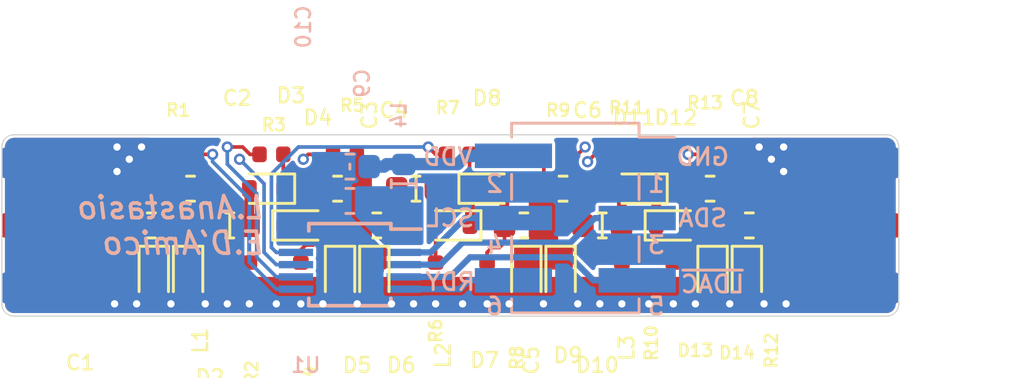
<source format=kicad_pcb>
(kicad_pcb (version 20171130) (host pcbnew 5.1.5)
  (title_block (title "Tunable Filter") (company "Luca Anastasio and Emanuele D'Amico"))
  (layers (0 F.Cu signal hide) (1 In1.Cu power hide) (2 In2.Cu power hide) (31 B.Cu signal) (34 B.Paste user hide) (35 F.Paste user hide) (36 B.SilkS user) (37 F.SilkS user) (38 B.Mask user) (39 F.Mask user) (44 Edge.Cuts user))
  (net 0 "")
  (net 1 GND)
  (net 2 VDDA)
  (net 3 VDD)
  (net 4 /RF/inv0/Vd)
  (net 5 /RF/RFin)
  (net 6 /RF/res0/In)
  (net 7 /RF/inv1/Vd)
  (net 8 /RF/inv1/In)
  (net 9 /RF/res1/In)
  (net 10 /RF/inv2/Vd)
  (net 11 /RF/inv2/In)
  (net 12 /RF/res2/In)
  (net 13 /RF/inv3/In)
  (net 14 /RF/inv3/Vd)
  (net 15 /RF/RFout)
  (net 16 /RF/V0)
  (net 17 /RF/V1)
  (net 18 /RF/V2)
  (net 19 /RF/V3)
  (net 20 /RF/res0/Vd+)
  (net 21 /RF/res1/Vd+)
  (net 22 /RF/res2/Vd+)
  (net 23 /DAC/RDY)
  (net 24 /DAC/~LDAC)
  (net 25 /DAC/SCL)
  (net 26 /DAC/SDA)
  (net 27 /RF/res0/Vd-L)
  (net 28 /RF/res1/Vd-L)
  (net 29 /RF/res2/Vd-L)
  (module "" (layer F.Cu) (at 174.2 98.5)
    (fp_text reference "" (at 157.9 103.3) (layer F.SilkS) (effects (font (size 1.27 1.27))))
    (fp_text value "" (at 157.9 103.3) (layer F.SilkS) (effects (font (size 1.27 1.27))))
    (fp_text user D13 (at 157.9 103.3 90) (layer F.SilkS) (effects (font (size 0.5 0.5) (thickness 0.1))))
  )
  (module Resistor_SMD:R_0402_1005Metric (layer F.Cu) (at 157.9 103.3 270)
    (fp_text reference R4 (at 4.2 -0.3 270) (layer F.SilkS) (effects (font (size 0.5 0.5) (thickness 0.1))))
    (fp_text value 100k)
    (pad 2 smd roundrect (at 0.485 0 270) (size 0.59 0.64) (layers F.Cu F.Paste F.Mask) (net 1 GND))
    (pad 1 smd roundrect (at -0.485 0 270) (size 0.59 0.64) (layers F.Cu F.Paste F.Mask) (net 8 /RF/inv1/In))
  )
  (module Resistor_SMD:R_0402_1005Metric (layer F.Cu) (at 174.9 98.4)
    (fp_text reference R13 (at -0.5 -2.1) (layer F.SilkS) (effects (font (size 0.5 0.5) (thickness 0.1))))
    (fp_text value 100k)
    (pad 1 smd roundrect (at -0.485 0) (size 0.59 0.64) (layers F.Cu F.Paste F.Mask) (net 16 /RF/V0))
    (pad 2 smd roundrect (at 0.485 0) (size 0.59 0.64) (layers F.Cu F.Paste F.Mask) (net 14 /RF/inv3/Vd))
  )
  (module Resistor_SMD:R_0402_1005Metric (layer F.Cu) (at 173.1 103.3 270)
    (fp_text reference R12 (at 3.1 -4 90) (layer F.SilkS) (effects (font (size 0.5 0.5) (thickness 0.1))))
    (fp_text value 100k)
    (pad 2 smd roundrect (at 0.485 0 270) (size 0.59 0.64) (layers F.Cu F.Paste F.Mask) (net 1 GND))
    (pad 1 smd roundrect (at -0.485 0 270) (size 0.59 0.64) (layers F.Cu F.Paste F.Mask) (net 13 /RF/inv3/In))
  )
  (module Resistor_SMD:R_0402_1005Metric (layer F.Cu) (at 171.9 98.4)
    (fp_text reference R11 (at -0.7 -1.9) (layer F.SilkS) (effects (font (size 0.5 0.5) (thickness 0.1))))
    (fp_text value 100k)
    (pad 2 smd roundrect (at 0.485 0) (size 0.59 0.64) (layers F.Cu F.Paste F.Mask) (net 22 /RF/res2/Vd+))
    (pad 1 smd roundrect (at -0.485 0) (size 0.59 0.64) (layers F.Cu F.Paste F.Mask) (net 17 /RF/V1))
  )
  (module Resistor_SMD:R_0402_1005Metric (layer F.Cu) (at 168.3 98.4 180)
    (fp_text reference R9 (at -0.1 1.8) (layer F.SilkS) (effects (font (size 0.5 0.5) (thickness 0.1))))
    (fp_text value 100k)
    (pad 2 smd roundrect (at 0.485 0 180) (size 0.59 0.64) (layers F.Cu F.Paste F.Mask) (net 10 /RF/inv2/Vd))
    (pad 1 smd roundrect (at -0.485 0 180) (size 0.59 0.64) (layers F.Cu F.Paste F.Mask) (net 18 /RF/V2))
  )
  (module Resistor_SMD:R_0402_1005Metric (layer F.Cu) (at 165.5 103.3 270)
    (fp_text reference R8 (at 3.4 -1.2 90) (layer F.SilkS) (effects (font (size 0.5 0.5) (thickness 0.1))))
    (fp_text value 100k)
    (pad 2 smd roundrect (at 0.485 0 270) (size 0.59 0.64) (layers F.Cu F.Paste F.Mask) (net 1 GND))
    (pad 1 smd roundrect (at -0.485 0 270) (size 0.59 0.64) (layers F.Cu F.Paste F.Mask) (net 11 /RF/inv2/In))
  )
  (module Resistor_SMD:R_0402_1005Metric (layer F.Cu) (at 164.3 98.4)
    (fp_text reference R7 (at -0.4 -1.9) (layer F.SilkS) (effects (font (size 0.5 0.5) (thickness 0.1))))
    (fp_text value 100k)
    (pad 2 smd roundrect (at 0.485 0) (size 0.59 0.64) (layers F.Cu F.Paste F.Mask) (net 21 /RF/res1/Vd+))
    (pad 1 smd roundrect (at -0.485 0) (size 0.59 0.64) (layers F.Cu F.Paste F.Mask) (net 19 /RF/V3))
  )
  (module Resistor_SMD:R_0402_1005Metric (layer F.Cu) (at 159.7 98.4)
    (fp_text reference R5 (at 0.3 -2) (layer F.SilkS) (effects (font (size 0.5 0.5) (thickness 0.1))))
    (fp_text value 100k)
    (pad 2 smd roundrect (at 0.485 0) (size 0.59 0.64) (layers F.Cu F.Paste F.Mask) (net 7 /RF/inv1/Vd))
    (pad 1 smd roundrect (at -0.485 0) (size 0.59 0.64) (layers F.Cu F.Paste F.Mask) (net 18 /RF/V2))
  )
  (module Resistor_SMD:R_0402_1005Metric (layer F.Cu) (at 156.7 98.4)
    (fp_text reference R3 (at 0.1 -1.2) (layer F.SilkS) (effects (font (size 0.5 0.5) (thickness 0.1))))
    (fp_text value 100k)
    (pad 2 smd roundrect (at 0.485 0) (size 0.59 0.64) (layers F.Cu F.Paste F.Mask) (net 20 /RF/res0/Vd+))
    (pad 1 smd roundrect (at -0.485 0) (size 0.59 0.64) (layers F.Cu F.Paste F.Mask) (net 17 /RF/V1))
  )
  (module Resistor_SMD:R_0402_1005Metric (layer F.Cu) (at 153.1 98.4 180)
    (fp_text reference R1 (at 0.2 1.8) (layer F.SilkS) (effects (font (size 0.5 0.5) (thickness 0.1))))
    (fp_text value 100k)
    (pad 2 smd roundrect (at 0.485 0 180) (size 0.59 0.64) (layers F.Cu F.Paste F.Mask) (net 4 /RF/inv0/Vd))
    (pad 1 smd roundrect (at -0.485 0 180) (size 0.59 0.64) (layers F.Cu F.Paste F.Mask) (net 16 /RF/V0))
  )
  (module Resistor_SMD:R_0402_1005Metric (layer F.Cu) (at 171 103.3 270)
    (fp_text reference R10 (at 2.8 -1.2 90) (layer F.SilkS) (effects (font (size 0.5 0.5) (thickness 0.1))))
    (fp_text value 100k)
    (pad 2 smd roundrect (at 0.485 0 270) (size 0.59 0.64) (layers F.Cu F.Paste F.Mask) (net 1 GND))
    (pad 1 smd roundrect (at -0.485 0 270) (size 0.59 0.64) (layers F.Cu F.Paste F.Mask) (net 29 /RF/res2/Vd-L))
  )
  (module Resistor_SMD:R_0402_1005Metric (layer F.Cu) (at 163.4 103.3 270)
    (fp_text reference R6 (at 2.3 0 90) (layer F.SilkS) (effects (font (size 0.5 0.5) (thickness 0.1))))
    (fp_text value 100k)
    (pad 2 smd roundrect (at 0.485 0 270) (size 0.59 0.64) (layers F.Cu F.Paste F.Mask) (net 1 GND))
    (pad 1 smd roundrect (at -0.485 0 270) (size 0.59 0.64) (layers F.Cu F.Paste F.Mask) (net 28 /RF/res1/Vd-L))
  )
  (module Resistor_SMD:R_0402_1005Metric (layer F.Cu) (at 155.8 103.3 270)
    (fp_text reference R2 (at 4 -0.1 90) (layer F.SilkS) (effects (font (size 0.5 0.5) (thickness 0.1))))
    (fp_text value 100k)
    (pad 2 smd roundrect (at 0.485 0 270) (size 0.59 0.64) (layers F.Cu F.Paste F.Mask) (net 1 GND))
    (pad 1 smd roundrect (at -0.485 0 270) (size 0.59 0.64) (layers F.Cu F.Paste F.Mask) (net 27 /RF/res0/Vd-L))
  )
  (module libs:Coilcraft_0603CS (layer F.Cu) (at 162.6 99.8)
    (fp_text reference L2 (at 1.1 6.8 270) (layer F.SilkS) (effects (font (size 0.6 0.6) (thickness 0.1))))
    (fp_text value L0)
    (fp_line (start -0.162779 0.51) (end 0.162779 0.51) (layer F.SilkS) (width 0.12))
    (fp_line (start -0.162779 -0.51) (end 0.162779 -0.51) (layer F.SilkS) (width 0.12))
    (pad 2 smd roundrect (at 0.7875 0) (size 0.875 0.95) (layers F.Cu F.Paste F.Mask) (net 28 /RF/res1/Vd-L))
    (pad 1 smd roundrect (at -0.7875 0) (size 0.875 0.95) (layers F.Cu F.Paste F.Mask) (net 9 /RF/res1/In))
  )
  (module libs:D_SOD-523 (layer F.Cu) (at 171.7 99.8 180)
    (fp_text reference D11 (at 0.2 2.9) (layer F.SilkS) (effects (font (size 0.6 0.6) (thickness 0.1))))
    (fp_text value BB202)
    (fp_line (start 0.7 0.6) (end -1.15 0.6) (layer F.SilkS) (width 0.12))
    (fp_line (start 0.7 -0.6) (end -1.15 -0.6) (layer F.SilkS) (width 0.12))
    (fp_line (start -1.15 -0.6) (end -1.15 0.6) (layer F.SilkS) (width 0.12))
    (pad 1 smd roundrect (at -0.7 0) (size 0.6 0.7) (layers F.Cu F.Paste F.Mask) (net 22 /RF/res2/Vd+))
    (pad 2 smd roundrect (at 0.7 0) (size 0.6 0.7) (layers F.Cu F.Paste F.Mask) (net 29 /RF/res2/Vd-L))
  )
  (module libs:D_SOD-523 (layer F.Cu) (at 164.1 101.3 180)
    (fp_text reference D7 (at -1.3 -5.5) (layer F.SilkS) (effects (font (size 0.6 0.6) (thickness 0.1))))
    (fp_text value BB202)
    (fp_line (start 0.7 0.6) (end -1.15 0.6) (layer F.SilkS) (width 0.12))
    (fp_line (start 0.7 -0.6) (end -1.15 -0.6) (layer F.SilkS) (width 0.12))
    (fp_line (start -1.15 -0.6) (end -1.15 0.6) (layer F.SilkS) (width 0.12))
    (pad 1 smd roundrect (at -0.7 0) (size 0.6 0.7) (layers F.Cu F.Paste F.Mask) (net 21 /RF/res1/Vd+))
    (pad 2 smd roundrect (at 0.7 0) (size 0.6 0.7) (layers F.Cu F.Paste F.Mask) (net 28 /RF/res1/Vd-L))
  )
  (module libs:D_SOD-523 (layer F.Cu) (at 156.5 99.8 180)
    (fp_text reference D3 (at -1 3.8) (layer F.SilkS) (effects (font (size 0.6 0.6) (thickness 0.1))))
    (fp_text value BB202)
    (fp_line (start 0.7 0.6) (end -1.15 0.6) (layer F.SilkS) (width 0.12))
    (fp_line (start 0.7 -0.6) (end -1.15 -0.6) (layer F.SilkS) (width 0.12))
    (fp_line (start -1.15 -0.6) (end -1.15 0.6) (layer F.SilkS) (width 0.12))
    (pad 1 smd roundrect (at -0.7 0) (size 0.6 0.7) (layers F.Cu F.Paste F.Mask) (net 20 /RF/res0/Vd+))
    (pad 2 smd roundrect (at 0.7 0) (size 0.6 0.7) (layers F.Cu F.Paste F.Mask) (net 27 /RF/res0/Vd-L))
  )
  (module libs:D_SOD-523 (layer F.Cu) (at 174.7 103.3 270)
    (fp_text reference D13 (at 3.1 0.7) (layer F.SilkS) (effects (font (size 0.5 0.5) (thickness 0.1))))
    (fp_text value BB202)
    (fp_line (start -1.15 -0.6) (end -1.15 0.6) (layer F.SilkS) (width 0.12))
    (fp_line (start 0.7 -0.6) (end -1.15 -0.6) (layer F.SilkS) (width 0.12))
    (fp_line (start 0.7 0.6) (end -1.15 0.6) (layer F.SilkS) (width 0.12))
    (pad 2 smd roundrect (at 0.7 0 90) (size 0.6 0.7) (layers F.Cu F.Paste F.Mask) (net 1 GND))
    (pad 1 smd roundrect (at -0.7 0 90) (size 0.6 0.7) (layers F.Cu F.Paste F.Mask) (net 14 /RF/inv3/Vd))
  )
  (module libs:D_SOD-523 (layer F.Cu) (at 167.1 103.3 270)
    (fp_text reference D9 (at 3.3 -1.7 180) (layer F.SilkS) (effects (font (size 0.6 0.6) (thickness 0.1))))
    (fp_text value BB202)
    (fp_line (start -1.15 -0.6) (end -1.15 0.6) (layer F.SilkS) (width 0.12))
    (fp_line (start 0.7 -0.6) (end -1.15 -0.6) (layer F.SilkS) (width 0.12))
    (fp_line (start 0.7 0.6) (end -1.15 0.6) (layer F.SilkS) (width 0.12))
    (pad 2 smd roundrect (at 0.7 0 90) (size 0.6 0.7) (layers F.Cu F.Paste F.Mask) (net 1 GND))
    (pad 1 smd roundrect (at -0.7 0 90) (size 0.6 0.7) (layers F.Cu F.Paste F.Mask) (net 10 /RF/inv2/Vd))
  )
  (module libs:D_SOD-523 (layer F.Cu) (at 159.5 103.3 270)
    (fp_text reference D5 (at 3.7 -0.7 180) (layer F.SilkS) (effects (font (size 0.6 0.6) (thickness 0.1))))
    (fp_text value BB202)
    (fp_line (start -1.15 -0.6) (end -1.15 0.6) (layer F.SilkS) (width 0.12))
    (fp_line (start 0.7 -0.6) (end -1.15 -0.6) (layer F.SilkS) (width 0.12))
    (fp_line (start 0.7 0.6) (end -1.15 0.6) (layer F.SilkS) (width 0.12))
    (pad 2 smd roundrect (at 0.7 0 90) (size 0.6 0.7) (layers F.Cu F.Paste F.Mask) (net 1 GND))
    (pad 1 smd roundrect (at -0.7 0 90) (size 0.6 0.7) (layers F.Cu F.Paste F.Mask) (net 7 /RF/inv1/Vd))
  )
  (module libs:D_SOD-523 (layer F.Cu) (at 151.9 103.3 270)
    (fp_text reference D1 (at 5.2 0.6 180) (layer F.SilkS) (effects (font (size 0.6 0.6) (thickness 0.1))))
    (fp_text value BB202)
    (fp_line (start -1.15 -0.6) (end -1.15 0.6) (layer F.SilkS) (width 0.12))
    (fp_line (start 0.7 -0.6) (end -1.15 -0.6) (layer F.SilkS) (width 0.12))
    (fp_line (start 0.7 0.6) (end -1.15 0.6) (layer F.SilkS) (width 0.12))
    (pad 2 smd roundrect (at 0.7 0 90) (size 0.6 0.7) (layers F.Cu F.Paste F.Mask) (net 1 GND))
    (pad 1 smd roundrect (at -0.7 0 90) (size 0.6 0.7) (layers F.Cu F.Paste F.Mask) (net 4 /RF/inv0/Vd))
  )
  (module Connector_PinHeader_2.54mm:PinHeader_2x03_P2.54mm_Vertical_SMD (layer B.Cu) (at 169.1 101 180)
    (fp_text reference J3 hide)
    (fp_text value Conn_01x06_Male)
    (fp_line (start 2.6 -0.76) (end 2.6 -1.78) (layer B.SilkS) (width 0.12))
    (fp_line (start -2.6 -0.76) (end -2.6 -1.78) (layer B.SilkS) (width 0.12))
    (fp_line (start 2.6 1.78) (end 2.6 0.76) (layer B.SilkS) (width 0.12))
    (fp_line (start -2.6 1.78) (end -2.6 0.76) (layer B.SilkS) (width 0.12))
    (fp_line (start 2.6 -3.3) (end 2.6 -3.87) (layer B.SilkS) (width 0.12))
    (fp_line (start -2.6 -3.3) (end -2.6 -3.87) (layer B.SilkS) (width 0.12))
    (fp_line (start 2.6 3.87) (end 2.6 3.3) (layer B.SilkS) (width 0.12))
    (fp_line (start -2.6 3.87) (end -2.6 3.3) (layer B.SilkS) (width 0.12))
    (fp_line (start -4.04 3.3) (end -2.6 3.3) (layer B.SilkS) (width 0.12))
    (fp_line (start -2.6 -3.87) (end 2.6 -3.87) (layer B.SilkS) (width 0.12))
    (fp_line (start -2.6 3.87) (end 2.6 3.87) (layer B.SilkS) (width 0.12))
    (pad 6 smd rect (at 2.525 -2.54 180) (size 3.15 1) (layers B.Cu B.Paste B.Mask) (net 23 /DAC/RDY))
    (pad 5 smd rect (at -2.525 -2.54 180) (size 3.15 1) (layers B.Cu B.Paste B.Mask) (net 24 /DAC/~LDAC))
    (pad 4 smd rect (at 2.525 0 180) (size 3.15 1) (layers B.Cu B.Paste B.Mask) (net 25 /DAC/SCL))
    (pad 3 smd rect (at -2.525 0 180) (size 3.15 1) (layers B.Cu B.Paste B.Mask) (net 26 /DAC/SDA))
    (pad 2 smd rect (at 2.525 2.54 180) (size 3.15 1) (layers B.Cu B.Paste B.Mask) (net 3 VDD))
    (pad 1 smd rect (at -2.525 2.54 180) (size 3.15 1) (layers B.Cu B.Paste B.Mask) (net 1 GND))
  )
  (module Capacitor_SMD:C_0603_1608Metric (layer B.Cu) (at 159.9 98.9 180)
    (fp_text reference C9 (at -0.5 3.4 90) (layer B.SilkS) (effects (font (size 0.6 0.6) (thickness 0.1)) (justify mirror)))
    (fp_text value 4.7u)
    (fp_line (start -0.162779 0.51) (end 0.162779 0.51) (layer B.SilkS) (width 0.12))
    (fp_line (start -0.162779 -0.51) (end 0.162779 -0.51) (layer B.SilkS) (width 0.12))
    (pad 1 smd roundrect (at -0.7875 0 180) (size 0.875 0.95) (layers B.Cu B.Paste B.Mask) (net 3 VDD))
    (pad 2 smd roundrect (at 0.7875 0 180) (size 0.875 0.95) (layers B.Cu B.Paste B.Mask) (net 1 GND))
  )
  (module Inductor_SMD:L_0603_1608Metric (layer B.Cu) (at 162.1 99.6 90)
    (fp_text reference L4 (at 2.8 -0.2 90) (layer B.SilkS) (effects (font (size 0.6 0.6) (thickness 0.1)) (justify mirror)))
    (fp_text value 180R)
    (fp_line (start -0.162779 0.51) (end 0.162779 0.51) (layer B.SilkS) (width 0.12))
    (fp_line (start -0.162779 -0.51) (end 0.162779 -0.51) (layer B.SilkS) (width 0.12))
    (pad 1 smd roundrect (at -0.7875 0 90) (size 0.875 0.95) (layers B.Cu B.Paste B.Mask) (net 2 VDDA))
    (pad 2 smd roundrect (at 0.7875 0 90) (size 0.875 0.95) (layers B.Cu B.Paste B.Mask) (net 3 VDD))
  )
  (module libs:SMA_generic_EdgeMount (layer F.Cu) (at 145.7 101.3)
    (fp_text reference J1 hide)
    (fp_text value Conn_Coaxial)
    (pad 2 smd roundrect (at 2.125 2.55) (size 4.25 1.25) (layers B.Cu B.Paste B.Mask) (roundrect_rratio 0.1) (net 1 GND))
    (pad 2 smd roundrect (at 2.125 -2.55) (size 4.25 1.25) (layers F.Cu F.Paste F.Mask) (roundrect_rratio 0.1) (net 1 GND))
    (pad 1 smd roundrect (at 2.125 0) (size 4.25 1) (layers F.Cu F.Paste F.Mask) (roundrect_rratio 0.1) (net 5 /RF/RFin))
    (pad 2 smd roundrect (at 2.125 2.55) (size 4.25 1.25) (layers B.Cu B.Paste B.Mask) (roundrect_rratio 0.1) (net 1 GND))
    (pad 2 smd roundrect (at 2.125 2.55) (size 4.25 1.25) (layers F.Cu F.Paste F.Mask) (roundrect_rratio 0.1) (net 1 GND))
    (pad 2 smd roundrect (at 2.125 -2.55) (size 4.25 1.25) (layers B.Cu B.Paste B.Mask) (roundrect_rratio 0.1) (net 1 GND))
  )
  (module libs:Coilcraft_0603CS (layer F.Cu) (at 170.2 101.3)
    (fp_text reference L3 (at 1 5 90) (layer F.SilkS) (effects (font (size 0.6 0.6) (thickness 0.1))))
    (fp_text value L0)
    (fp_line (start -0.162779 -0.51) (end 0.162779 -0.51) (layer F.SilkS) (width 0.12))
    (fp_line (start -0.162779 0.51) (end 0.162779 0.51) (layer F.SilkS) (width 0.12))
    (pad 1 smd roundrect (at -0.7875 0) (size 0.875 0.95) (layers F.Cu F.Paste F.Mask) (net 12 /RF/res2/In))
    (pad 2 smd roundrect (at 0.7875 0) (size 0.875 0.95) (layers F.Cu F.Paste F.Mask) (net 29 /RF/res2/Vd-L))
  )
  (module libs:Coilcraft_0603CS (layer F.Cu) (at 155 101.3)
    (fp_text reference L1 (at -1.2 4.7 270) (layer F.SilkS) (effects (font (size 0.6 0.6) (thickness 0.1))))
    (fp_text value L0)
    (fp_line (start -0.162779 0.51) (end 0.162779 0.51) (layer F.SilkS) (width 0.12))
    (fp_line (start -0.162779 -0.51) (end 0.162779 -0.51) (layer F.SilkS) (width 0.12))
    (pad 2 smd roundrect (at 0.7875 0) (size 0.875 0.95) (layers F.Cu F.Paste F.Mask) (net 27 /RF/res0/Vd-L))
    (pad 1 smd roundrect (at -0.7875 0) (size 0.875 0.95) (layers F.Cu F.Paste F.Mask) (net 6 /RF/res0/In))
  )
  (module libs:SMA_generic_EdgeMount (layer F.Cu) (at 182.3 101.3 180)
    (fp_text reference J2 hide)
    (fp_text value Conn_Coaxial)
    (pad 2 smd roundrect (at 2.125 -2.55 180) (size 4.25 1.25) (layers B.Cu B.Paste B.Mask) (roundrect_rratio 0.1) (net 1 GND))
    (pad 2 smd roundrect (at 2.125 2.55 180) (size 4.25 1.25) (layers F.Cu F.Paste F.Mask) (roundrect_rratio 0.1) (net 1 GND))
    (pad 2 smd roundrect (at 2.125 2.55 180) (size 4.25 1.25) (layers B.Cu B.Paste B.Mask) (roundrect_rratio 0.1) (net 1 GND))
    (pad 1 smd roundrect (at 2.125 0 180) (size 4.25 1) (layers F.Cu F.Paste F.Mask) (roundrect_rratio 0.1) (net 15 /RF/RFout))
    (pad 2 smd roundrect (at 2.125 -2.55 180) (size 4.25 1.25) (layers F.Cu F.Paste F.Mask) (roundrect_rratio 0.1) (net 1 GND))
    (pad 2 smd roundrect (at 2.125 2.55 180) (size 4.25 1.25) (layers B.Cu B.Paste B.Mask) (roundrect_rratio 0.1) (net 1 GND))
  )
  (module libs:D_SOD-523 (layer F.Cu) (at 176.1 103.3 270)
    (fp_text reference D14 (at 3.2 0.4 180) (layer F.SilkS) (effects (font (size 0.5 0.5) (thickness 0.1))))
    (fp_text value BB202)
    (fp_line (start 0.7 0.6) (end -1.15 0.6) (layer F.SilkS) (width 0.12))
    (fp_line (start 0.7 -0.6) (end -1.15 -0.6) (layer F.SilkS) (width 0.12))
    (fp_line (start -1.15 -0.6) (end -1.15 0.6) (layer F.SilkS) (width 0.12))
    (pad 1 smd roundrect (at -0.7 0 90) (size 0.6 0.7) (layers F.Cu F.Paste F.Mask) (net 14 /RF/inv3/Vd))
    (pad 2 smd roundrect (at 0.7 0 90) (size 0.6 0.7) (layers F.Cu F.Paste F.Mask) (net 1 GND))
  )
  (module libs:D_SOD-523 (layer F.Cu) (at 173.1 101.3)
    (fp_text reference D12 (at 0.1 -4.4) (layer F.SilkS) (effects (font (size 0.6 0.6) (thickness 0.1))))
    (fp_text value BB202)
    (fp_line (start 0.7 0.6) (end -1.15 0.6) (layer F.SilkS) (width 0.12))
    (fp_line (start 0.7 -0.6) (end -1.15 -0.6) (layer F.SilkS) (width 0.12))
    (fp_line (start -1.15 -0.6) (end -1.15 0.6) (layer F.SilkS) (width 0.12))
    (pad 1 smd roundrect (at -0.7 0 180) (size 0.6 0.7) (layers F.Cu F.Paste F.Mask) (net 22 /RF/res2/Vd+))
    (pad 2 smd roundrect (at 0.7 0 180) (size 0.6 0.7) (layers F.Cu F.Paste F.Mask) (net 13 /RF/inv3/In))
  )
  (module libs:D_SOD-523 (layer F.Cu) (at 168.5 103.3 270)
    (fp_text reference D10 (at 3.7 -1.5 180) (layer F.SilkS) (effects (font (size 0.6 0.6) (thickness 0.1))))
    (fp_text value BB202)
    (fp_line (start 0.7 0.6) (end -1.15 0.6) (layer F.SilkS) (width 0.12))
    (fp_line (start 0.7 -0.6) (end -1.15 -0.6) (layer F.SilkS) (width 0.12))
    (fp_line (start -1.15 -0.6) (end -1.15 0.6) (layer F.SilkS) (width 0.12))
    (pad 1 smd roundrect (at -0.7 0 90) (size 0.6 0.7) (layers F.Cu F.Paste F.Mask) (net 10 /RF/inv2/Vd))
    (pad 2 smd roundrect (at 0.7 0 90) (size 0.6 0.7) (layers F.Cu F.Paste F.Mask) (net 1 GND))
  )
  (module libs:D_SOD-523 (layer F.Cu) (at 165.5 99.8)
    (fp_text reference D8 (at 0 -3.7) (layer F.SilkS) (effects (font (size 0.6 0.6) (thickness 0.1))))
    (fp_text value BB202)
    (fp_line (start 0.7 0.6) (end -1.15 0.6) (layer F.SilkS) (width 0.12))
    (fp_line (start 0.7 -0.6) (end -1.15 -0.6) (layer F.SilkS) (width 0.12))
    (fp_line (start -1.15 -0.6) (end -1.15 0.6) (layer F.SilkS) (width 0.12))
    (pad 1 smd roundrect (at -0.7 0 180) (size 0.6 0.7) (layers F.Cu F.Paste F.Mask) (net 21 /RF/res1/Vd+))
    (pad 2 smd roundrect (at 0.7 0 180) (size 0.6 0.7) (layers F.Cu F.Paste F.Mask) (net 11 /RF/inv2/In))
  )
  (module libs:D_SOD-523 (layer F.Cu) (at 160.9 103.3 270)
    (fp_text reference D6 (at 3.7 -1.1 180) (layer F.SilkS) (effects (font (size 0.6 0.6) (thickness 0.1))))
    (fp_text value BB202)
    (fp_line (start -1.15 -0.6) (end -1.15 0.6) (layer F.SilkS) (width 0.12))
    (fp_line (start 0.7 -0.6) (end -1.15 -0.6) (layer F.SilkS) (width 0.12))
    (fp_line (start 0.7 0.6) (end -1.15 0.6) (layer F.SilkS) (width 0.12))
    (pad 2 smd roundrect (at 0.7 0 90) (size 0.6 0.7) (layers F.Cu F.Paste F.Mask) (net 1 GND))
    (pad 1 smd roundrect (at -0.7 0 90) (size 0.6 0.7) (layers F.Cu F.Paste F.Mask) (net 7 /RF/inv1/Vd))
  )
  (module libs:D_SOD-523 (layer F.Cu) (at 157.9 101.3)
    (fp_text reference D4 (at 0.7 -4.4) (layer F.SilkS) (effects (font (size 0.6 0.6) (thickness 0.1))))
    (fp_text value BB202)
    (fp_line (start 0.7 0.6) (end -1.15 0.6) (layer F.SilkS) (width 0.12))
    (fp_line (start 0.7 -0.6) (end -1.15 -0.6) (layer F.SilkS) (width 0.12))
    (fp_line (start -1.15 -0.6) (end -1.15 0.6) (layer F.SilkS) (width 0.12))
    (pad 1 smd roundrect (at -0.7 0 180) (size 0.6 0.7) (layers F.Cu F.Paste F.Mask) (net 20 /RF/res0/Vd+))
    (pad 2 smd roundrect (at 0.7 0 180) (size 0.6 0.7) (layers F.Cu F.Paste F.Mask) (net 8 /RF/inv1/In))
  )
  (module libs:D_SOD-523 (layer F.Cu) (at 153.3 103.3 270)
    (fp_text reference D2 (at 4.2 -0.9 180) (layer F.SilkS) (effects (font (size 0.6 0.6) (thickness 0.1))))
    (fp_text value BB202)
    (fp_line (start -1.15 -0.6) (end -1.15 0.6) (layer F.SilkS) (width 0.12))
    (fp_line (start 0.7 -0.6) (end -1.15 -0.6) (layer F.SilkS) (width 0.12))
    (fp_line (start 0.7 0.6) (end -1.15 0.6) (layer F.SilkS) (width 0.12))
    (pad 2 smd roundrect (at 0.7 0 90) (size 0.6 0.7) (layers F.Cu F.Paste F.Mask) (net 1 GND))
    (pad 1 smd roundrect (at -0.7 0 90) (size 0.6 0.7) (layers F.Cu F.Paste F.Mask) (net 4 /RF/inv0/Vd))
  )
  (module Capacitor_SMD:C_0603_1608Metric (layer B.Cu) (at 159.9 100.3 180)
    (fp_text reference C10 (at 1.9 7.1 90) (layer B.SilkS) (effects (font (size 0.6 0.6) (thickness 0.1)) (justify mirror)))
    (fp_text value 100n)
    (fp_line (start -0.162779 -0.51) (end 0.162779 -0.51) (layer B.SilkS) (width 0.12))
    (fp_line (start -0.162779 0.51) (end 0.162779 0.51) (layer B.SilkS) (width 0.12))
    (pad 2 smd roundrect (at 0.7875 0 180) (size 0.875 0.95) (layers B.Cu B.Paste B.Mask) (net 1 GND))
    (pad 1 smd roundrect (at -0.7875 0 180) (size 0.875 0.95) (layers B.Cu B.Paste B.Mask) (net 2 VDDA))
  )
  (module Capacitor_SMD:C_0603_1608Metric (layer F.Cu) (at 176.2 101.3)
    (fp_text reference C8 (at -0.2 -5.2) (layer F.SilkS) (effects (font (size 0.6 0.6) (thickness 0.1))))
    (fp_text value 100n)
    (fp_line (start -0.162779 0.51) (end 0.162779 0.51) (layer F.SilkS) (width 0.12))
    (fp_line (start -0.162779 -0.51) (end 0.162779 -0.51) (layer F.SilkS) (width 0.12))
    (pad 2 smd roundrect (at 0.7875 0) (size 0.875 0.95) (layers F.Cu F.Paste F.Mask) (net 15 /RF/RFout))
    (pad 1 smd roundrect (at -0.7875 0) (size 0.875 0.95) (layers F.Cu F.Paste F.Mask) (net 14 /RF/inv3/Vd))
  )
  (module Capacitor_SMD:C_0603_1608Metric (layer F.Cu) (at 174.6 99.8)
    (fp_text reference C7 (at 1.7 -3 90) (layer F.SilkS) (effects (font (size 0.6 0.6) (thickness 0.1))))
    (fp_text value 100n)
    (fp_line (start -0.162779 0.51) (end 0.162779 0.51) (layer F.SilkS) (width 0.12))
    (fp_line (start -0.162779 -0.51) (end 0.162779 -0.51) (layer F.SilkS) (width 0.12))
    (pad 2 smd roundrect (at 0.7875 0) (size 0.875 0.95) (layers F.Cu F.Paste F.Mask) (net 14 /RF/inv3/Vd))
    (pad 1 smd roundrect (at -0.7875 0) (size 0.875 0.95) (layers F.Cu F.Paste F.Mask) (net 13 /RF/inv3/In))
  )
  (module Capacitor_SMD:C_0603_1608Metric (layer F.Cu) (at 168.6 99.8)
    (fp_text reference C6 (at 1 -3.2) (layer F.SilkS) (effects (font (size 0.6 0.6) (thickness 0.1))))
    (fp_text value 100n)
    (fp_line (start -0.162779 -0.51) (end 0.162779 -0.51) (layer F.SilkS) (width 0.12))
    (fp_line (start -0.162779 0.51) (end 0.162779 0.51) (layer F.SilkS) (width 0.12))
    (pad 1 smd roundrect (at -0.7875 0) (size 0.875 0.95) (layers F.Cu F.Paste F.Mask) (net 10 /RF/inv2/Vd))
    (pad 2 smd roundrect (at 0.7875 0) (size 0.875 0.95) (layers F.Cu F.Paste F.Mask) (net 12 /RF/res2/In))
  )
  (module Capacitor_SMD:C_0603_1608Metric (layer F.Cu) (at 167 101.3)
    (fp_text reference C5 (at 0.3 5.5 270) (layer F.SilkS) (effects (font (size 0.6 0.6) (thickness 0.1))))
    (fp_text value 100n)
    (fp_line (start -0.162779 -0.51) (end 0.162779 -0.51) (layer F.SilkS) (width 0.12))
    (fp_line (start -0.162779 0.51) (end 0.162779 0.51) (layer F.SilkS) (width 0.12))
    (pad 1 smd roundrect (at -0.7875 0) (size 0.875 0.95) (layers F.Cu F.Paste F.Mask) (net 11 /RF/inv2/In))
    (pad 2 smd roundrect (at 0.7875 0) (size 0.875 0.95) (layers F.Cu F.Paste F.Mask) (net 10 /RF/inv2/Vd))
  )
  (module Capacitor_SMD:C_0603_1608Metric (layer F.Cu) (at 161 101.3)
    (fp_text reference C4 (at 0.7 -4.7) (layer F.SilkS) (effects (font (size 0.6 0.6) (thickness 0.1))))
    (fp_text value 100n)
    (fp_line (start -0.162779 -0.51) (end 0.162779 -0.51) (layer F.SilkS) (width 0.12))
    (fp_line (start -0.162779 0.51) (end 0.162779 0.51) (layer F.SilkS) (width 0.12))
    (pad 1 smd roundrect (at -0.7875 0) (size 0.875 0.95) (layers F.Cu F.Paste F.Mask) (net 7 /RF/inv1/Vd))
    (pad 2 smd roundrect (at 0.7875 0) (size 0.875 0.95) (layers F.Cu F.Paste F.Mask) (net 9 /RF/res1/In))
  )
  (module Capacitor_SMD:C_0603_1608Metric (layer F.Cu) (at 159.4 99.8)
    (fp_text reference C3 (at 1.3 -3 90) (layer F.SilkS) (effects (font (size 0.6 0.6) (thickness 0.1))))
    (fp_text value 100n)
    (fp_line (start -0.162779 -0.51) (end 0.162779 -0.51) (layer F.SilkS) (width 0.12))
    (fp_line (start -0.162779 0.51) (end 0.162779 0.51) (layer F.SilkS) (width 0.12))
    (pad 1 smd roundrect (at -0.7875 0) (size 0.875 0.95) (layers F.Cu F.Paste F.Mask) (net 8 /RF/inv1/In))
    (pad 2 smd roundrect (at 0.7875 0) (size 0.875 0.95) (layers F.Cu F.Paste F.Mask) (net 7 /RF/inv1/Vd))
  )
  (module Package_SO:MSOP-10_3x3mm_P0.5mm (layer B.Cu) (at 159.9 102.9 180)
    (fp_text reference U1 (at 1.8 -4.1) (layer B.SilkS) (effects (font (size 0.6 0.6) (thickness 0.1)) (justify mirror)))
    (fp_text value MCP4728)
    (fp_line (start -1.675 1.675) (end -1.675 1.45) (layer B.SilkS) (width 0.15))
    (fp_line (start 1.675 1.675) (end 1.675 1.375) (layer B.SilkS) (width 0.15))
    (fp_line (start 1.675 -1.675) (end 1.675 -1.375) (layer B.SilkS) (width 0.15))
    (fp_line (start -1.675 -1.675) (end -1.675 -1.375) (layer B.SilkS) (width 0.15))
    (fp_line (start -1.675 1.675) (end 1.675 1.675) (layer B.SilkS) (width 0.15))
    (fp_line (start -1.675 -1.675) (end 1.675 -1.675) (layer B.SilkS) (width 0.15))
    (fp_line (start -1.675 1.45) (end -2.9 1.45) (layer B.SilkS) (width 0.15))
    (pad 1 smd rect (at -2.2 1 180) (size 1.4 0.3) (layers B.Cu B.Paste B.Mask) (net 2 VDDA))
    (pad 2 smd rect (at -2.2 0.5 180) (size 1.4 0.3) (layers B.Cu B.Paste B.Mask) (net 25 /DAC/SCL))
    (pad 3 smd rect (at -2.2 0 180) (size 1.4 0.3) (layers B.Cu B.Paste B.Mask) (net 26 /DAC/SDA))
    (pad 4 smd rect (at -2.2 -0.5 180) (size 1.4 0.3) (layers B.Cu B.Paste B.Mask) (net 24 /DAC/~LDAC))
    (pad 5 smd rect (at -2.2 -1 180) (size 1.4 0.3) (layers B.Cu B.Paste B.Mask) (net 23 /DAC/RDY))
    (pad 6 smd rect (at 2.2 -1 180) (size 1.4 0.3) (layers B.Cu B.Paste B.Mask) (net 16 /RF/V0))
    (pad 7 smd rect (at 2.2 -0.5 180) (size 1.4 0.3) (layers B.Cu B.Paste B.Mask) (net 17 /RF/V1))
    (pad 8 smd rect (at 2.2 0 180) (size 1.4 0.3) (layers B.Cu B.Paste B.Mask) (net 18 /RF/V2))
    (pad 9 smd rect (at 2.2 0.5 180) (size 1.4 0.3) (layers B.Cu B.Paste B.Mask) (net 19 /RF/V3))
    (pad 10 smd rect (at 2.2 1 180) (size 1.4 0.3) (layers B.Cu B.Paste B.Mask) (net 1 GND))
  )
  (module Capacitor_SMD:C_0603_1608Metric (layer F.Cu) (at 151.8 101.3)
    (fp_text reference C1 (at -2.9 5.6 180) (layer F.SilkS) (effects (font (size 0.6 0.6) (thickness 0.1))))
    (fp_text value 100n)
    (fp_line (start -0.162779 -0.51) (end 0.162779 -0.51) (layer F.SilkS) (width 0.12))
    (fp_line (start -0.162779 0.51) (end 0.162779 0.51) (layer F.SilkS) (width 0.12))
    (pad 1 smd roundrect (at -0.7875 0) (size 0.875 0.95) (layers F.Cu F.Paste F.Mask) (net 5 /RF/RFin))
    (pad 2 smd roundrect (at 0.7875 0) (size 0.875 0.95) (layers F.Cu F.Paste F.Mask) (net 4 /RF/inv0/Vd))
  )
  (module Capacitor_SMD:C_0603_1608Metric (layer F.Cu) (at 153.4 99.8)
    (fp_text reference C2 (at 1.9 -3.7) (layer F.SilkS) (effects (font (size 0.6 0.6) (thickness 0.1))))
    (fp_text value 100n)
    (fp_line (start -0.162779 -0.51) (end 0.162779 -0.51) (layer F.SilkS) (width 0.12))
    (fp_line (start -0.162779 0.51) (end 0.162779 0.51) (layer F.SilkS) (width 0.12))
    (pad 1 smd roundrect (at -0.7875 0) (size 0.875 0.95) (layers F.Cu F.Paste F.Mask) (net 4 /RF/inv0/Vd))
    (pad 2 smd roundrect (at 0.7875 0) (size 0.875 0.95) (layers F.Cu F.Paste F.Mask) (net 6 /RF/res0/In))
  )
  (gr_text 2 (at 165.8 99.6) (layer B.SilkS) (effects (font (size 0.7 0.7) (thickness 0.12)) (justify mirror)))
  (gr_text 4 (at 165.8 102.1) (layer B.SilkS) (effects (font (size 0.7 0.7) (thickness 0.12)) (justify mirror)))
  (gr_text 6 (at 165.8 104.6) (layer B.SilkS) (effects (font (size 0.7 0.7) (thickness 0.12)) (justify mirror)))
  (gr_text 5 (at 172.4 104.6) (layer B.SilkS) (effects (font (size 0.7 0.7) (thickness 0.12)) (justify mirror)))
  (gr_text 3 (at 172.4 102.1) (layer B.SilkS) (effects (font (size 0.7 0.7) (thickness 0.12)) (justify mirror)))
  (gr_text 1 (at 172.4 99.6) (layer B.SilkS) (effects (font (size 0.7 0.7) (thickness 0.12)) (justify mirror)))
  (gr_line (start 159.9 99) (end 159.9 98.8) (layer B.SilkS) (width 0.12))
  (gr_line (start 161.6 99.6) (end 162.6 99.6) (layer B.SilkS) (width 0.12))
  (gr_line (start 170.2 101.8) (end 170.2 100.8) (layer F.SilkS) (width 0.12))
  (gr_line (start 162.6 100.3) (end 162.6 99.3) (layer F.SilkS) (width 0.12))
  (gr_line (start 155 100.8) (end 155 101.8) (layer F.SilkS) (width 0.12))
  (gr_text "L.Anastasio\nE.D'Amico" (at 156.5 101.3) (layer B.SilkS) (effects (font (size 0.9 0.9) (thickness 0.15) italic) (justify left mirror)))
  (gr_text RDY (at 164 103.6) (layer B.SilkS) (effects (font (size 0.7 0.7) (thickness 0.12)) (justify mirror)))
  (gr_text SCL (at 164 101) (layer B.SilkS) (effects (font (size 0.7 0.7) (thickness 0.12)) (justify mirror)))
  (gr_text VDD (at 163.9 98.5) (layer B.SilkS) (effects (font (size 0.7 0.7) (thickness 0.12)) (justify mirror)))
  (gr_text ~LDAC (at 174.7 103.7) (layer B.SilkS) (effects (font (size 0.7 0.7) (thickness 0.12)) (justify mirror)))
  (gr_text SDA (at 174.3 101) (layer B.SilkS) (effects (font (size 0.7 0.7) (thickness 0.12)) (justify mirror)))
  (gr_text GND (at 174.3 98.5) (layer B.SilkS) (effects (font (size 0.7 0.7) (thickness 0.12)) (justify mirror)))
  (gr_line (start 146.2 97.6) (end 181.8 97.6) (layer Edge.Cuts) (width 0.05))
  (gr_line (start 181.8 105) (end 146.2 105) (layer Edge.Cuts) (width 0.05))
  (gr_line (start 182.3 104.5) (end 182.3 98.1) (layer Edge.Cuts) (width 0.05))
  (gr_line (start 145.7 104.5) (end 145.7 98.1) (layer Edge.Cuts) (width 0.05))
  (gr_arc (start 181.8 98.1) (end 182.3 98.1) (angle -90) (layer Edge.Cuts) (width 0.05))
  (gr_arc (start 181.8 104.5) (end 181.8 105) (angle -90) (layer Edge.Cuts) (width 0.05))
  (gr_arc (start 146.2 104.5) (end 145.7 104.5) (angle -90) (layer Edge.Cuts) (width 0.05))
  (gr_arc (start 146.2 98.1) (end 146.2 97.6) (angle -90) (layer Edge.Cuts) (width 0.05))
  (via (at 157.9 104.5) (size 0.5) (drill 0.3) (layers F.Cu B.Cu) (net 1))
  (via (at 155.8 104.5) (size 0.5) (drill 0.3) (layers F.Cu B.Cu) (net 1))
  (via (at 154.9 104.5) (size 0.5) (drill 0.3) (layers F.Cu B.Cu) (net 1))
  (via (at 150.3 104.5) (size 0.5) (drill 0.3) (layers F.Cu B.Cu) (net 1))
  (via (at 152.6 104.5) (size 0.5) (drill 0.3) (layers F.Cu B.Cu) (net 1))
  (via (at 154 104.5) (size 0.5) (drill 0.3) (layers F.Cu B.Cu) (net 1))
  (via (at 160.2 104.5) (size 0.5) (drill 0.3) (layers F.Cu B.Cu) (net 1))
  (via (at 156.9 104.5) (size 0.5) (drill 0.3) (layers F.Cu B.Cu) (net 1))
  (via (at 167.8 104.5) (size 0.5) (drill 0.3) (layers F.Cu B.Cu) (net 1))
  (via (at 175.4 104.5) (size 0.5) (drill 0.3) (layers F.Cu B.Cu) (net 1))
  (via (at 161.6 104.5) (size 0.5) (drill 0.3) (layers F.Cu B.Cu) (net 1))
  (via (at 169.2 104.5) (size 0.5) (drill 0.3) (layers F.Cu B.Cu) (net 1))
  (via (at 166.4 104.5) (size 0.5) (drill 0.3) (layers F.Cu B.Cu) (net 1))
  (via (at 162.5 104.5) (size 0.5) (drill 0.3) (layers F.Cu B.Cu) (net 1))
  (via (at 176.8 104.5) (size 0.5) (drill 0.3) (layers F.Cu B.Cu) (net 1))
  (via (at 151.4 98.1) (size 0.5) (drill 0.3) (layers F.Cu B.Cu) (net 1))
  (via (at 150.9 98.6) (size 0.5) (drill 0.3) (layers F.Cu B.Cu) (net 1))
  (via (at 150.4 98.1) (size 0.5) (drill 0.3) (layers F.Cu B.Cu) (net 1))
  (via (at 150.4 99.1) (size 0.5) (drill 0.3) (layers F.Cu B.Cu) (net 1))
  (via (at 177.6 99.1) (size 0.5) (drill 0.3) (layers F.Cu B.Cu) (net 1))
  (via (at 177.6 98.1) (size 0.5) (drill 0.3) (layers F.Cu B.Cu) (net 1))
  (via (at 177.1 98.6) (size 0.5) (drill 0.3) (layers F.Cu B.Cu) (net 1))
  (via (at 158.8 104.5) (size 0.5) (drill 0.3) (layers F.Cu B.Cu) (net 1))
  (via (at 165.5 104.5) (size 0.5) (drill 0.3) (layers F.Cu B.Cu) (net 1))
  (via (at 174 104.5) (size 0.5) (drill 0.3) (layers F.Cu B.Cu) (net 1))
  (via (at 172.1 104.5) (size 0.5) (drill 0.3) (layers F.Cu B.Cu) (net 1))
  (via (at 164.5 104.5) (size 0.5) (drill 0.3) (layers F.Cu B.Cu) (net 1))
  (via (at 163.4 104.5) (size 0.5) (drill 0.3) (layers F.Cu B.Cu) (net 1))
  (via (at 173.1 104.5) (size 0.5) (drill 0.3) (layers F.Cu B.Cu) (net 1))
  (via (at 171 104.5) (size 0.5) (drill 0.3) (layers F.Cu B.Cu) (net 1))
  (via (at 176.6 98.1) (size 0.5) (drill 0.3) (layers F.Cu B.Cu) (net 1))
  (via (at 151.2 104.5) (size 0.5) (drill 0.3) (layers F.Cu B.Cu) (net 1))
  (via (at 177.7 104.5) (size 0.5) (drill 0.3) (layers F.Cu B.Cu) (net 1))
  (via (at 170.1 104.5) (size 0.5) (drill 0.3) (layers F.Cu B.Cu) (net 1))
  (segment (start 161.3 98.9) (end 160.7 98.9) (width 0.5) (layer B.Cu) (net 3))
  (segment (start 161.4 98.8) (end 161.3 98.9) (width 0.5) (layer B.Cu) (net 3))
  (segment (start 164.3 98.8) (end 161.4 98.8) (width 0.5) (layer B.Cu) (net 3))
  (segment (start 166.575 98.46) (end 164.64 98.46) (width 0.5) (layer B.Cu) (net 3))
  (segment (start 164.64 98.46) (end 164.3 98.8) (width 0.5) (layer B.Cu) (net 3))
  (segment (start 152.6 101.3125) (end 152.5875 101.3) (width 0.4) (layer F.Cu) (net 4))
  (segment (start 152.6 102.6) (end 152.6 101.3125) (width 0.4) (layer F.Cu) (net 4))
  (segment (start 152.6125 101.275) (end 152.5875 101.3) (width 0.4) (layer F.Cu) (net 4))
  (segment (start 152.6125 99.8) (end 152.6125 101.275) (width 0.4) (layer F.Cu) (net 4))
  (segment (start 151.9 102.6) (end 153.3 102.6) (width 0.4) (layer F.Cu) (net 4))
  (segment (start 152.615 99.7975) (end 152.6125 99.8) (width 0.15) (layer F.Cu) (net 4))
  (segment (start 152.615 98.5) (end 152.615 99.7975) (width 0.15) (layer F.Cu) (net 4))
  (segment (start 147.825 101.3) (end 151.0125 101.3) (width 0.4) (layer F.Cu) (net 5))
  (segment (start 154.1875 101.275) (end 154.2125 101.3) (width 0.4) (layer F.Cu) (net 6))
  (segment (start 154.1875 99.8) (end 154.1875 101.275) (width 0.4) (layer F.Cu) (net 6))
  (segment (start 160.2 101.3125) (end 160.1875 101.3) (width 0.4) (layer F.Cu) (net 7))
  (segment (start 160.2 102.6) (end 160.2 101.3125) (width 0.4) (layer F.Cu) (net 7))
  (segment (start 160.2125 101.275) (end 160.1875 101.3) (width 0.4) (layer F.Cu) (net 7))
  (segment (start 160.2125 99.8) (end 160.2125 101.275) (width 0.4) (layer F.Cu) (net 7))
  (segment (start 159.5 102.6) (end 160.9 102.6) (width 0.4) (layer F.Cu) (net 7))
  (segment (start 160.185 99.7975) (end 160.1875 99.8) (width 0.15) (layer F.Cu) (net 7))
  (segment (start 160.185 98.5) (end 160.185 99.7975) (width 0.15) (layer F.Cu) (net 7))
  (segment (start 158.6125 101.2875) (end 158.6 101.3) (width 0.4) (layer F.Cu) (net 8))
  (segment (start 158.6125 99.8) (end 158.6125 101.2875) (width 0.4) (layer F.Cu) (net 8))
  (segment (start 158.4 102.1) (end 158.6 101.9) (width 0.15) (layer F.Cu) (net 8))
  (segment (start 158.1 102.1) (end 158.4 102.1) (width 0.15) (layer F.Cu) (net 8))
  (segment (start 157.9 102.815) (end 157.9 102.3) (width 0.15) (layer F.Cu) (net 8))
  (segment (start 158.6 101.9) (end 158.6 101.3) (width 0.15) (layer F.Cu) (net 8))
  (segment (start 157.9 102.3) (end 158.1 102.1) (width 0.15) (layer F.Cu) (net 8))
  (segment (start 161.7875 101.275) (end 161.8125 101.3) (width 0.4) (layer F.Cu) (net 9))
  (segment (start 161.8125 101.275) (end 161.7875 101.3) (width 0.4) (layer F.Cu) (net 9))
  (segment (start 161.8125 99.8) (end 161.8125 101.275) (width 0.4) (layer F.Cu) (net 9))
  (segment (start 167.8 101.3125) (end 167.7875 101.3) (width 0.4) (layer F.Cu) (net 10))
  (segment (start 167.8 102.6) (end 167.8 101.3125) (width 0.4) (layer F.Cu) (net 10))
  (segment (start 167.8125 101.275) (end 167.7875 101.3) (width 0.4) (layer F.Cu) (net 10))
  (segment (start 167.8125 99.8) (end 167.8125 101.275) (width 0.4) (layer F.Cu) (net 10))
  (segment (start 167.1 102.6) (end 168.5 102.6) (width 0.4) (layer F.Cu) (net 10))
  (segment (start 167.815 99.7975) (end 167.8125 99.8) (width 0.15) (layer F.Cu) (net 10))
  (segment (start 167.785 98.5) (end 167.815 98.53) (width 0.15) (layer F.Cu) (net 10))
  (segment (start 167.815 98.53) (end 167.815 99.7975) (width 0.15) (layer F.Cu) (net 10))
  (segment (start 166.2 101.2875) (end 166.2125 101.3) (width 0.4) (layer F.Cu) (net 11))
  (segment (start 166.2 99.8) (end 166.2 101.2875) (width 0.4) (layer F.Cu) (net 11))
  (segment (start 165.5 102.4) (end 165.5 102.815) (width 0.15) (layer F.Cu) (net 11))
  (segment (start 165.7 102.2) (end 165.5 102.4) (width 0.15) (layer F.Cu) (net 11))
  (segment (start 166 102.2) (end 165.7 102.2) (width 0.15) (layer F.Cu) (net 11))
  (segment (start 166.2125 101.3) (end 166.2125 101.9875) (width 0.15) (layer F.Cu) (net 11))
  (segment (start 166.2125 101.9875) (end 166 102.2) (width 0.15) (layer F.Cu) (net 11))
  (segment (start 169.3875 101.275) (end 169.4125 101.3) (width 0.4) (layer F.Cu) (net 12))
  (segment (start 169.3875 99.8) (end 169.3875 101.275) (width 0.4) (layer F.Cu) (net 12))
  (segment (start 173.8125 101.2875) (end 173.8 101.3) (width 0.4) (layer F.Cu) (net 13))
  (segment (start 173.8125 99.8) (end 173.8125 101.2875) (width 0.4) (layer F.Cu) (net 13))
  (segment (start 173.1 102.3) (end 173.1 102.815) (width 0.15) (layer F.Cu) (net 13))
  (segment (start 173.3 102.1) (end 173.1 102.3) (width 0.15) (layer F.Cu) (net 13))
  (segment (start 173.8 101.3) (end 173.8 101.9) (width 0.15) (layer F.Cu) (net 13))
  (segment (start 173.6 102.1) (end 173.3 102.1) (width 0.15) (layer F.Cu) (net 13))
  (segment (start 173.8 101.9) (end 173.6 102.1) (width 0.15) (layer F.Cu) (net 13))
  (segment (start 175.4 101.3125) (end 175.3875 101.3) (width 0.4) (layer F.Cu) (net 14))
  (segment (start 175.4 102.6) (end 175.4 101.3125) (width 0.4) (layer F.Cu) (net 14))
  (segment (start 175.4125 101.275) (end 175.3875 101.3) (width 0.4) (layer F.Cu) (net 14))
  (segment (start 175.4125 99.8) (end 175.4125 101.275) (width 0.4) (layer F.Cu) (net 14))
  (segment (start 174.7 102.6) (end 176.1 102.6) (width 0.4) (layer F.Cu) (net 14))
  (segment (start 175.385 99.7975) (end 175.3875 99.8) (width 0.15) (layer F.Cu) (net 14))
  (segment (start 175.385 98.5) (end 175.385 99.7975) (width 0.15) (layer F.Cu) (net 14))
  (segment (start 176.9875 101.3) (end 180.175 101.3) (width 0.4) (layer F.Cu) (net 15))
  (via (at 173.7 98.4) (size 0.4572) (drill 0.254) (layers F.Cu B.Cu) (net 16))
  (segment (start 174.023289 98.4) (end 173.7 98.4) (width 0.15) (layer F.Cu) (net 16))
  (segment (start 174.415 98.4) (end 174.023289 98.4) (width 0.15) (layer F.Cu) (net 16))
  (segment (start 154.3 98.4) (end 153.685 98.4) (width 0.15) (layer F.Cu) (net 16))
  (via (at 154.3 98.4) (size 0.4572) (drill 0.254) (layers F.Cu B.Cu) (net 16))
  (segment (start 153.685 98.4) (end 153.585 98.5) (width 0.15) (layer F.Cu) (net 16))
  (segment (start 156.9 103.9) (end 157.7 103.9) (width 0.15) (layer B.Cu) (net 16))
  (segment (start 155.8 102.8) (end 156.9 103.9) (width 0.15) (layer B.Cu) (net 16))
  (segment (start 154.3 98.4) (end 154.3 98.7) (width 0.15) (layer B.Cu) (net 16))
  (segment (start 155.8 100.2) (end 155.8 102.8) (width 0.15) (layer B.Cu) (net 16))
  (segment (start 154.3 98.7) (end 155.8 100.2) (width 0.15) (layer B.Cu) (net 16))
  (segment (start 169.6 98.7) (end 169.9 98.4) (width 0.15) (layer F.Cu) (net 17))
  (via (at 169.6 98.7) (size 0.4572) (drill 0.254) (layers F.Cu B.Cu) (net 17))
  (segment (start 169.9 98.4) (end 171.415 98.4) (width 0.15) (layer F.Cu) (net 17))
  (segment (start 155.825 98.4) (end 156.215 98.4) (width 0.15) (layer F.Cu) (net 17))
  (segment (start 155.525 98.1) (end 155.825 98.4) (width 0.15) (layer F.Cu) (net 17))
  (segment (start 154.9 98.8) (end 156.1 100) (width 0.15) (layer B.Cu) (net 17))
  (via (at 154.9 98.1) (size 0.4572) (drill 0.254) (layers F.Cu B.Cu) (net 17))
  (segment (start 154.9 98.1) (end 154.9 98.8) (width 0.15) (layer B.Cu) (net 17))
  (segment (start 156.1 100) (end 156.1 102.6) (width 0.15) (layer B.Cu) (net 17))
  (segment (start 156.1 102.6) (end 156.9 103.4) (width 0.15) (layer B.Cu) (net 17))
  (segment (start 156.9 103.4) (end 157.7 103.4) (width 0.15) (layer B.Cu) (net 17))
  (segment (start 154.9 98.1) (end 155.525 98.1) (width 0.15) (layer F.Cu) (net 17))
  (segment (start 159.215 98.5) (end 159.215 98.4) (width 0.15) (layer F.Cu) (net 18))
  (segment (start 169.5 98.1) (end 169.2 98.4) (width 0.15) (layer F.Cu) (net 18))
  (via (at 169.5 98.1) (size 0.4572) (drill 0.254) (layers F.Cu B.Cu) (net 18))
  (segment (start 169.2 98.4) (end 168.785 98.4) (width 0.15) (layer F.Cu) (net 18))
  (segment (start 158.2 98.4) (end 159.215 98.4) (width 0.15) (layer F.Cu) (net 18))
  (segment (start 158 98.6) (end 158.2 98.4) (width 0.15) (layer F.Cu) (net 18))
  (via (at 158 98.6) (size 0.4572) (drill 0.254) (layers F.Cu B.Cu) (net 18))
  (via (at 155.4 98.6) (size 0.4572) (drill 0.254) (layers F.Cu B.Cu) (net 18))
  (segment (start 156.4 102.4) (end 156.9 102.9) (width 0.15) (layer B.Cu) (net 18))
  (segment (start 155.4 98.6) (end 156.4 99.6) (width 0.15) (layer B.Cu) (net 18))
  (segment (start 156.9 102.9) (end 157.7 102.9) (width 0.15) (layer B.Cu) (net 18))
  (segment (start 156.4 99.6) (end 156.4 102.4) (width 0.15) (layer B.Cu) (net 18))
  (segment (start 163.1 98.1) (end 163.4 98.4) (width 0.15) (layer F.Cu) (net 19))
  (via (at 163.1 98.1) (size 0.4572) (drill 0.254) (layers F.Cu B.Cu) (net 19))
  (segment (start 163.4 98.4) (end 163.815 98.4) (width 0.15) (layer F.Cu) (net 19))
  (segment (start 156.9 102.4) (end 157.7 102.4) (width 0.15) (layer B.Cu) (net 19))
  (segment (start 156.7 102.2) (end 156.9 102.4) (width 0.15) (layer B.Cu) (net 19))
  (segment (start 156.7 99.2) (end 156.7 102.2) (width 0.15) (layer B.Cu) (net 19))
  (segment (start 163.1 98.1) (end 157.8 98.1) (width 0.15) (layer B.Cu) (net 19))
  (segment (start 157.8 98.1) (end 156.7 99.2) (width 0.15) (layer B.Cu) (net 19))
  (segment (start 157.2 99.8) (end 157.2 101.3) (width 0.4) (layer F.Cu) (net 20))
  (segment (start 157.185 99.785) (end 157.2 99.8) (width 0.15) (layer F.Cu) (net 20))
  (segment (start 157.185 98.5) (end 157.185 99.785) (width 0.15) (layer F.Cu) (net 20))
  (segment (start 164.8 99.8) (end 164.8 101.3) (width 0.4) (layer F.Cu) (net 21))
  (segment (start 164.785 99.785) (end 164.8 99.8) (width 0.15) (layer F.Cu) (net 21))
  (segment (start 164.785 98.5) (end 164.785 99.785) (width 0.15) (layer F.Cu) (net 21))
  (segment (start 172.4 99.8) (end 172.4 101.3) (width 0.4) (layer F.Cu) (net 22))
  (segment (start 172.385 99.785) (end 172.4 99.8) (width 0.15) (layer F.Cu) (net 22))
  (segment (start 172.385 98.5) (end 172.385 99.785) (width 0.15) (layer F.Cu) (net 22))
  (segment (start 167.175 103.54) (end 164.76 103.54) (width 0.254) (layer B.Cu) (net 23))
  (segment (start 164.4 103.9) (end 162.1 103.9) (width 0.254) (layer B.Cu) (net 23))
  (segment (start 164.76 103.54) (end 164.4 103.9) (width 0.254) (layer B.Cu) (net 23))
  (segment (start 164 103.4) (end 162.1 103.4) (width 0.254) (layer B.Cu) (net 24))
  (segment (start 164.8 102.6) (end 164 103.4) (width 0.254) (layer B.Cu) (net 24))
  (segment (start 172.225 103.54) (end 169.84 103.54) (width 0.254) (layer B.Cu) (net 24))
  (segment (start 168.9 102.6) (end 164.8 102.6) (width 0.254) (layer B.Cu) (net 24))
  (segment (start 169.84 103.54) (end 168.9 102.6) (width 0.254) (layer B.Cu) (net 24))
  (segment (start 163.2 102.4) (end 162.1 102.4) (width 0.254) (layer B.Cu) (net 25))
  (segment (start 167.175 101) (end 164.6 101) (width 0.254) (layer B.Cu) (net 25))
  (segment (start 164.6 101) (end 163.2 102.4) (width 0.254) (layer B.Cu) (net 25))
  (segment (start 163.6 102.9) (end 162.1 102.9) (width 0.254) (layer B.Cu) (net 26))
  (segment (start 164.5 102) (end 163.6 102.9) (width 0.254) (layer B.Cu) (net 26))
  (segment (start 168.9 102) (end 164.5 102) (width 0.254) (layer B.Cu) (net 26))
  (segment (start 172.225 101) (end 169.9 101) (width 0.254) (layer B.Cu) (net 26))
  (segment (start 169.9 101) (end 168.9 102) (width 0.254) (layer B.Cu) (net 26))
  (segment (start 155.7875 102.6875) (end 155.8 102.7) (width 0.15) (layer F.Cu) (net 27))
  (segment (start 155.7875 101.3) (end 155.7875 102.6875) (width 0.15) (layer F.Cu) (net 27))
  (segment (start 155.8 101.2875) (end 155.7875 101.3) (width 0.4) (layer F.Cu) (net 27))
  (segment (start 155.8 99.8) (end 155.8 101.2875) (width 0.4) (layer F.Cu) (net 27))
  (segment (start 163.3875 101.2875) (end 163.4 101.3) (width 0.4) (layer F.Cu) (net 28))
  (segment (start 163.3875 99.8) (end 163.3875 101.2875) (width 0.4) (layer F.Cu) (net 28))
  (segment (start 163.4 101.3) (end 163.4 102.64) (width 0.15) (layer F.Cu) (net 28))
  (segment (start 171 101.3125) (end 170.9875 101.3) (width 0.127) (layer F.Cu) (net 29))
  (segment (start 171 101.2875) (end 170.9875 101.3) (width 0.4) (layer F.Cu) (net 29))
  (segment (start 171 99.8) (end 171 101.2875) (width 0.4) (layer F.Cu) (net 29))
  (segment (start 170.9875 102.7025) (end 171 102.715) (width 0.15) (layer F.Cu) (net 29))
  (segment (start 170.9875 101.3) (end 170.9875 102.7025) (width 0.15) (layer F.Cu) (net 29))
  (zone (net 1) (net_name GND) (layer B.Cu) (connect_pads thru_hole_only (clearance 0.1)) (min_thickness 0.2) (fill yes (arc_segments 32) (thermal_gap 0.508) (thermal_bridge_width 0.508))
    (polygon (pts (xy 182.3 105) (xy 145.7 105) (xy 145.7 97.6) (xy 182.3 97.6)))
  )
  (zone (net 1) (net_name GND) (layer F.Cu) (connect_pads yes (clearance 0.1)) (min_thickness 0.2) (fill yes (arc_segments 32) (thermal_gap 0.508) (thermal_bridge_width 0.508))
    (polygon (pts (xy 182.3 105) (xy 145.6 105) (xy 145.6 103.2) (xy 150.2 103.2) (xy 150.4 103.4) (xy 177.6 103.4) (xy 177.8 103.2) (xy 182.3 103.2)))
  )
  (zone (net 1) (net_name GND) (layer F.Cu) (connect_pads yes (clearance 0.1)) (min_thickness 0.2) (fill yes (arc_segments 32) (thermal_gap 0.508) (thermal_bridge_width 0.508))
    (polygon (pts (xy 182.3 99.4) (xy 177.3 99.4) (xy 176.2 98.3) (xy 176.2 97.6) (xy 182.3 97.6)))
  )
  (zone (net 1) (net_name GND) (layer F.Cu) (connect_pads yes (clearance 0.1)) (min_thickness 0.2) (fill yes (arc_segments 32) (thermal_gap 0.508) (thermal_bridge_width 0.508))
    (polygon (pts (xy 151.8 98.3) (xy 150.7 99.4) (xy 145.7 99.4) (xy 145.7 97.6) (xy 151.8 97.6)))
  )
  (zone (net 2) (net_name VDDA) (layer B.Cu) (priority 1) (connect_pads yes (clearance 0.1)) (min_thickness 0.2) (fill yes (arc_segments 32) (thermal_gap 0.508) (thermal_bridge_width 0.508))
    (polygon (pts (xy 162.904009 102.1) (xy 161.304009 102.1) (xy 160.104009 100.9) (xy 160.104009 99.7) (xy 162.904009 99.7)))
  )
  (zone (net 4) (net_name /RF/inv0/Vd) (layer F.Cu) (priority 1) (connect_pads yes (clearance 0.1)) (min_thickness 0.2) (fill yes (arc_segments 32) (thermal_gap 0.508) (thermal_bridge_width 0.508))
    (polygon (pts (xy 153.8 103.1) (xy 151.4 103.1) (xy 151.4 102.1) (xy 151.8 102.1) (xy 152 101.9) (xy 152 99.2) (xy 153.2 99.2) (xy 153.2 101.9) (xy 153.4 102.1) (xy 153.8 102.1)))
  )
  (zone (net 7) (net_name /RF/inv1/Vd) (layer F.Cu) (priority 1) (connect_pads yes (clearance 0.1)) (min_thickness 0.2) (fill yes (arc_segments 32) (thermal_gap 0.508) (thermal_bridge_width 0.508))
    (polygon (pts (xy 161.4 103.1) (xy 159 103.1) (xy 159 102.1) (xy 159.4 102.1) (xy 159.6 101.9) (xy 159.6 99.2) (xy 160.8 99.2) (xy 160.8 101.9) (xy 161 102.1) (xy 161.4 102.1)))
  )
  (zone (net 10) (net_name /RF/inv2/Vd) (layer F.Cu) (priority 1) (connect_pads yes (clearance 0.1)) (min_thickness 0.2) (fill yes (arc_segments 32) (thermal_gap 0.508) (thermal_bridge_width 0.508))
    (polygon (pts (xy 169 103.1) (xy 166.6 103.1) (xy 166.6 102.1) (xy 167 102.1) (xy 167.2 101.9) (xy 167.2 99.2) (xy 168.4 99.2) (xy 168.4 101.9) (xy 168.6 102.1) (xy 169 102.1)))
  )
  (zone (net 14) (net_name /RF/inv3/Vd) (layer F.Cu) (priority 1) (connect_pads yes (clearance 0.1)) (min_thickness 0.2) (fill yes (arc_segments 32) (thermal_gap 0.508) (thermal_bridge_width 0.508))
    (polygon (pts (xy 176.6 103.1) (xy 174.2 103.1) (xy 174.2 102.1) (xy 174.6 102.1) (xy 174.8 101.9) (xy 174.8 99.2) (xy 176 99.2) (xy 176 101.9) (xy 176.2 102.1) (xy 176.6 102.1)))
  )
)
</source>
